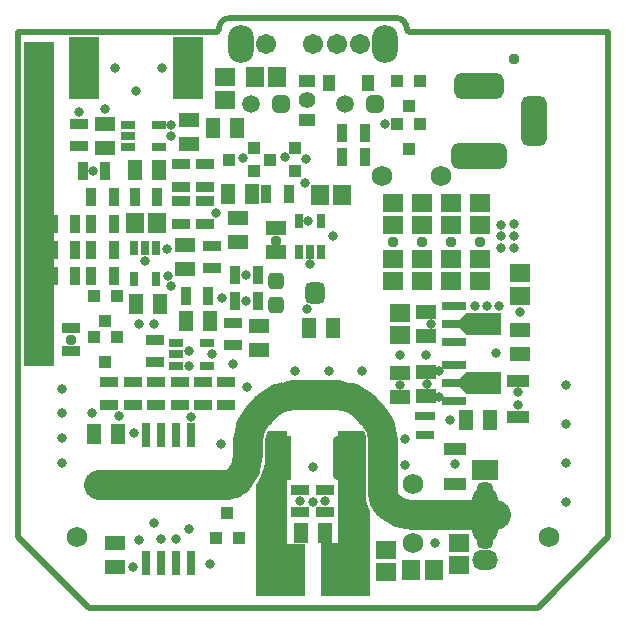
<source format=gts>
G04*
G04 #@! TF.GenerationSoftware,Altium Limited,CircuitStudio,1.5.2 (1.5.2.30)*
G04*
G04 Layer_Color=20142*
%FSLAX44Y44*%
%MOMM*%
G71*
G01*
G75*
%ADD35C,0.5000*%
%ADD36C,2.5000*%
%ADD60R,2.5000X27.5000*%
%ADD61R,1.5032X1.8032*%
%ADD62R,1.2032X1.7272*%
%ADD63R,0.9032X1.5032*%
%ADD64R,1.1176X1.0160*%
%ADD65R,1.0160X1.1176*%
%ADD66R,0.8032X2.0032*%
%ADD67R,1.7272X1.2032*%
%ADD68R,1.5032X0.9032*%
G04:AMPARAMS|DCode=69|XSize=1.8032mm|YSize=1.7032mm|CornerRadius=0.4766mm|HoleSize=0mm|Usage=FLASHONLY|Rotation=270.000|XOffset=0mm|YOffset=0mm|HoleType=Round|Shape=RoundedRectangle|*
%AMROUNDEDRECTD69*
21,1,1.8032,0.7500,0,0,270.0*
21,1,0.8500,1.7032,0,0,270.0*
1,1,0.9532,-0.3750,-0.4250*
1,1,0.9532,-0.3750,0.4250*
1,1,0.9532,0.3750,0.4250*
1,1,0.9532,0.3750,-0.4250*
%
%ADD69ROUNDEDRECTD69*%
G04:AMPARAMS|DCode=70|XSize=1.4032mm|YSize=1.4032mm|CornerRadius=0.4016mm|HoleSize=0mm|Usage=FLASHONLY|Rotation=270.000|XOffset=0mm|YOffset=0mm|HoleType=Round|Shape=RoundedRectangle|*
%AMROUNDEDRECTD70*
21,1,1.4032,0.6000,0,0,270.0*
21,1,0.6000,1.4032,0,0,270.0*
1,1,0.8032,-0.3000,-0.3000*
1,1,0.8032,-0.3000,0.3000*
1,1,0.8032,0.3000,0.3000*
1,1,0.8032,0.3000,-0.3000*
%
%ADD70ROUNDEDRECTD70*%
%ADD71R,1.8032X1.5032*%
%ADD72R,1.4232X1.1132*%
%ADD73R,1.8032X3.7032*%
G04:AMPARAMS|DCode=74|XSize=1.8032mm|YSize=3.7032mm|CornerRadius=0.3016mm|HoleSize=0mm|Usage=FLASHONLY|Rotation=0.000|XOffset=0mm|YOffset=0mm|HoleType=Round|Shape=RoundedRectangle|*
%AMROUNDEDRECTD74*
21,1,1.8032,3.1000,0,0,0.0*
21,1,1.2000,3.7032,0,0,0.0*
1,1,0.6032,0.6000,-1.5500*
1,1,0.6032,-0.6000,-1.5500*
1,1,0.6032,-0.6000,1.5500*
1,1,0.6032,0.6000,1.5500*
%
%ADD74ROUNDEDRECTD74*%
%ADD75R,1.6532X0.8032*%
%ADD76R,1.6032X0.8032*%
%ADD77R,1.9052X1.1172*%
%ADD78R,1.1132X1.4232*%
%ADD79R,1.2032X0.8032*%
%ADD80R,2.0932X0.7432*%
%ADD81R,0.4532X0.4532*%
%ADD82R,2.6162X5.2832*%
%ADD83R,0.8032X1.2032*%
%ADD84C,1.7272*%
%ADD85R,2.2032X1.7032*%
%ADD86C,2.2032*%
%ADD87O,2.2032X1.7032*%
%ADD88C,2.7432*%
%ADD89O,2.2032X3.2032*%
%ADD90C,1.7032*%
G04:AMPARAMS|DCode=91|XSize=2.2032mm|YSize=4.2032mm|CornerRadius=0.6016mm|HoleSize=0mm|Usage=FLASHONLY|Rotation=180.000|XOffset=0mm|YOffset=0mm|HoleType=Round|Shape=RoundedRectangle|*
%AMROUNDEDRECTD91*
21,1,2.2032,3.0000,0,0,180.0*
21,1,1.0000,4.2032,0,0,180.0*
1,1,1.2032,-0.5000,1.5000*
1,1,1.2032,0.5000,1.5000*
1,1,1.2032,0.5000,-1.5000*
1,1,1.2032,-0.5000,-1.5000*
%
%ADD91ROUNDEDRECTD91*%
G04:AMPARAMS|DCode=92|XSize=2.2032mm|YSize=4.7032mm|CornerRadius=0.6016mm|HoleSize=0mm|Usage=FLASHONLY|Rotation=270.000|XOffset=0mm|YOffset=0mm|HoleType=Round|Shape=RoundedRectangle|*
%AMROUNDEDRECTD92*
21,1,2.2032,3.5000,0,0,270.0*
21,1,1.0000,4.7032,0,0,270.0*
1,1,1.2032,-1.7500,-0.5000*
1,1,1.2032,-1.7500,0.5000*
1,1,1.2032,1.7500,0.5000*
1,1,1.2032,1.7500,-0.5000*
%
%ADD92ROUNDEDRECTD92*%
G04:AMPARAMS|DCode=93|XSize=2.2032mm|YSize=4.2032mm|CornerRadius=0.6016mm|HoleSize=0mm|Usage=FLASHONLY|Rotation=90.000|XOffset=0mm|YOffset=0mm|HoleType=Round|Shape=RoundedRectangle|*
%AMROUNDEDRECTD93*
21,1,2.2032,3.0000,0,0,90.0*
21,1,1.0000,4.2032,0,0,90.0*
1,1,1.2032,1.5000,0.5000*
1,1,1.2032,1.5000,-0.5000*
1,1,1.2032,-1.5000,-0.5000*
1,1,1.2032,-1.5000,0.5000*
%
%ADD93ROUNDEDRECTD93*%
%ADD94C,1.5032*%
G04:AMPARAMS|DCode=95|XSize=1.5032mm|YSize=1.5032mm|CornerRadius=0.4266mm|HoleSize=0mm|Usage=FLASHONLY|Rotation=180.000|XOffset=0mm|YOffset=0mm|HoleType=Round|Shape=RoundedRectangle|*
%AMROUNDEDRECTD95*
21,1,1.5032,0.6500,0,0,180.0*
21,1,0.6500,1.5032,0,0,180.0*
1,1,0.8532,-0.3250,0.3250*
1,1,0.8532,0.3250,0.3250*
1,1,0.8532,0.3250,-0.3250*
1,1,0.8532,-0.3250,-0.3250*
%
%ADD95ROUNDEDRECTD95*%
%ADD96C,0.8032*%
%ADD97C,0.9532*%
%ADD98C,1.4532*%
%ADD99C,1.4032*%
G36*
X476002Y498448D02*
X476924Y495410D01*
X477244Y492152D01*
X477158Y447369D01*
X477123Y447302D01*
X477093Y447004D01*
X477035Y446711D01*
X477055Y446611D01*
X477045Y446511D01*
X477531Y441570D01*
X477590Y441378D01*
X477609Y441178D01*
X479050Y436427D01*
X479145Y436250D01*
X479203Y436058D01*
X481000Y432696D01*
X481000Y360898D01*
X480102Y360000D01*
X440393D01*
X439495Y360898D01*
X439507Y405000D01*
X453500D01*
X453500Y458000D01*
Y500000D01*
X475172Y500000D01*
X476002Y498448D01*
D02*
G37*
G36*
X410500Y500000D02*
Y458000D01*
X410500Y404000D01*
X425494D01*
X425505Y360898D01*
X424607Y360000D01*
X384898D01*
X384000Y360898D01*
X384000Y453950D01*
X385896Y456789D01*
X385948Y456913D01*
X386030Y457020D01*
X388532Y462094D01*
X388567Y462224D01*
X388634Y462341D01*
X390453Y467699D01*
X390471Y467832D01*
X390522Y467956D01*
X391626Y473506D01*
Y473641D01*
X391661Y473770D01*
X392031Y479417D01*
X392022Y479484D01*
X392035Y479550D01*
Y479550D01*
X392034Y479557D01*
X392035Y479565D01*
X391943Y492265D01*
X391891Y492516D01*
X392176Y495410D01*
X393098Y498448D01*
X393927Y500000D01*
X410500Y500000D01*
D02*
G37*
G36*
X591750Y599750D02*
Y581750D01*
X562251Y581749D01*
X556749Y587250D01*
X541250Y587250D01*
Y594250D01*
X556750Y594249D01*
X562249Y599750D01*
X591750Y599750D01*
D02*
G37*
G36*
Y549750D02*
Y531750D01*
X562251Y531749D01*
X556749Y537250D01*
X541250Y537250D01*
Y544250D01*
X556750Y544249D01*
X562249Y549750D01*
X591750Y549750D01*
D02*
G37*
D35*
X512000Y840049D02*
G03*
X502000Y850049I-10000J0D01*
G01*
X512000Y840049D02*
G03*
X514500Y837549I2500J0D01*
G01*
X362549Y850049D02*
G03*
X352549Y840049I0J-10000D01*
G01*
X350049Y837549D02*
G03*
X352549Y840049I0J2500D01*
G01*
X182500Y410000D02*
X242400Y350100D01*
X622600D01*
X182500Y410000D02*
Y837500D01*
X622600Y350100D02*
X682500Y410000D01*
Y837549D01*
X182500Y837500D02*
X350049D01*
X514500Y837549D02*
X667500D01*
X682500D01*
X362549Y850049D02*
X502000D01*
D36*
X495420Y437730D02*
G03*
X517100Y428750I21680J21680D01*
G01*
X491700Y446711D02*
G03*
X495420Y437730I12700J0D01*
G01*
X491700Y492250D02*
G03*
X482720Y513930I-30661J0D01*
G01*
X475280Y521370D02*
G03*
X453600Y530350I-21680J-21680D01*
G01*
X415500D02*
G03*
X393820Y521370I0J-30661D01*
G01*
X386380Y513930D02*
G03*
X377400Y492250I21680J-21680D01*
G01*
X368420Y457870D02*
G03*
X377400Y479550I-21680J21680D01*
G01*
X359439Y454150D02*
G03*
X368420Y457870I0J12700D01*
G01*
X517100Y428750D02*
X587250D01*
X491700Y446711D02*
Y492250D01*
X475280Y521370D02*
X482720Y513930D01*
X415500Y530350D02*
X453600D01*
X386380Y513930D02*
X393820Y521370D01*
X377400Y479550D02*
Y492250D01*
X251000Y454150D02*
X359439D01*
D60*
X200000Y692500D02*
D03*
D61*
X457000Y700000D02*
D03*
X438000D02*
D03*
X300500Y676000D02*
D03*
X281500D02*
D03*
X515500Y382000D02*
D03*
X534500D02*
D03*
X402000Y800000D02*
D03*
X383000D02*
D03*
D62*
X360340Y701000D02*
D03*
X380660D02*
D03*
X367660Y757000D02*
D03*
X347340D02*
D03*
X449660Y587000D02*
D03*
X429340D02*
D03*
X303160Y607500D02*
D03*
X282840D02*
D03*
X582410Y509750D02*
D03*
X562090D02*
D03*
X267660Y497500D02*
D03*
X247340D02*
D03*
X301590Y720730D02*
D03*
X281270D02*
D03*
X344910Y593000D02*
D03*
X324590D02*
D03*
X442660Y414000D02*
D03*
X422340D02*
D03*
D63*
X231000Y653000D02*
D03*
X212000D02*
D03*
Y631000D02*
D03*
X231000D02*
D03*
X212000Y675667D02*
D03*
X231000D02*
D03*
X393000Y701000D02*
D03*
X412000D02*
D03*
X324500Y614000D02*
D03*
X343500D02*
D03*
X366500Y632000D02*
D03*
X385500D02*
D03*
Y610000D02*
D03*
X366500D02*
D03*
X476000Y752000D02*
D03*
X457000D02*
D03*
X256549Y719790D02*
D03*
X237549D02*
D03*
X244500Y653333D02*
D03*
X263500D02*
D03*
X476000Y732000D02*
D03*
X457000D02*
D03*
X244500Y698000D02*
D03*
X263500D02*
D03*
X244500Y675667D02*
D03*
X263500D02*
D03*
X244500Y631000D02*
D03*
X263500D02*
D03*
X281500Y698000D02*
D03*
X300500D02*
D03*
D64*
X395912Y729924D02*
D03*
X417088Y739576D02*
D03*
Y720424D02*
D03*
X360912Y729924D02*
D03*
X382088Y739576D02*
D03*
Y720424D02*
D03*
D65*
X256576Y593412D02*
D03*
X246924Y614588D02*
D03*
X266076D02*
D03*
Y579588D02*
D03*
X246924D02*
D03*
X256576Y558412D02*
D03*
X513436Y738646D02*
D03*
X503784Y759822D02*
D03*
X522936D02*
D03*
Y796572D02*
D03*
X503784D02*
D03*
X513436Y775396D02*
D03*
X350424Y409412D02*
D03*
X369576D02*
D03*
X359924Y430588D02*
D03*
D66*
X290950Y388000D02*
D03*
X303650D02*
D03*
X316350D02*
D03*
X329050D02*
D03*
Y497000D02*
D03*
X316350D02*
D03*
X303650D02*
D03*
X290950D02*
D03*
D67*
X368500Y659840D02*
D03*
Y680160D02*
D03*
X528250Y600910D02*
D03*
Y580590D02*
D03*
X607250Y565590D02*
D03*
Y585910D02*
D03*
X324000Y636840D02*
D03*
Y657160D02*
D03*
X401000Y672160D02*
D03*
Y651840D02*
D03*
X327500Y763494D02*
D03*
Y743174D02*
D03*
X528250Y529340D02*
D03*
Y549660D02*
D03*
X506000Y529090D02*
D03*
Y549410D02*
D03*
X256500Y739840D02*
D03*
Y760160D02*
D03*
X265000Y384840D02*
D03*
Y405160D02*
D03*
X387000Y568840D02*
D03*
Y589160D02*
D03*
D68*
X347000Y657000D02*
D03*
Y638000D02*
D03*
X234250Y741250D02*
D03*
Y760250D02*
D03*
X341000Y694500D02*
D03*
Y675500D02*
D03*
X227500Y568000D02*
D03*
Y587000D02*
D03*
X421500Y450500D02*
D03*
Y431500D02*
D03*
X299600Y522250D02*
D03*
Y541250D02*
D03*
X365000Y572500D02*
D03*
Y591500D02*
D03*
X341000Y707000D02*
D03*
Y726000D02*
D03*
X321000Y707000D02*
D03*
Y726000D02*
D03*
X319400Y522250D02*
D03*
Y541250D02*
D03*
X321000Y694500D02*
D03*
Y675500D02*
D03*
X442500Y450500D02*
D03*
Y431500D02*
D03*
X299000Y558500D02*
D03*
Y577500D02*
D03*
X279800Y522250D02*
D03*
Y541250D02*
D03*
X339200Y522250D02*
D03*
Y541250D02*
D03*
X260000Y522250D02*
D03*
Y541250D02*
D03*
X359000Y522250D02*
D03*
Y541250D02*
D03*
D69*
X434000Y617000D02*
D03*
D70*
X401000Y607000D02*
D03*
Y627000D02*
D03*
D71*
X607500Y614500D02*
D03*
Y633500D02*
D03*
X494000Y399500D02*
D03*
Y380500D02*
D03*
X357500Y780500D02*
D03*
Y799500D02*
D03*
X499867Y626710D02*
D03*
Y645710D02*
D03*
X524443Y626710D02*
D03*
Y645710D02*
D03*
X573597Y626710D02*
D03*
Y645710D02*
D03*
X549020Y626710D02*
D03*
Y645710D02*
D03*
X505840Y600250D02*
D03*
Y581250D02*
D03*
X499867Y693210D02*
D03*
Y674210D02*
D03*
X524443Y693210D02*
D03*
Y674210D02*
D03*
X573597Y693210D02*
D03*
Y674210D02*
D03*
X549020Y693210D02*
D03*
Y674210D02*
D03*
X556000Y386500D02*
D03*
Y405500D02*
D03*
D72*
X427500Y763650D02*
D03*
Y796350D02*
D03*
D73*
X405000Y477500D02*
D03*
D74*
X459000D02*
D03*
D75*
X527500Y513000D02*
D03*
D76*
Y497000D02*
D03*
D77*
X605750Y511780D02*
D03*
Y542220D02*
D03*
X552750Y454780D02*
D03*
Y485220D02*
D03*
D78*
X478850Y795000D02*
D03*
X446150D02*
D03*
D79*
X342752Y574500D02*
D03*
Y555500D02*
D03*
X316747D02*
D03*
Y565000D02*
D03*
Y574500D02*
D03*
X301752Y759500D02*
D03*
Y740500D02*
D03*
X275748D02*
D03*
Y750000D02*
D03*
Y759500D02*
D03*
D80*
X551750Y555750D02*
D03*
Y525750D02*
D03*
Y605750D02*
D03*
Y575750D02*
D03*
D81*
X582750Y540750D02*
D03*
Y590750D02*
D03*
D82*
X326315Y807000D02*
D03*
X238685D02*
D03*
D83*
X299499Y628998D02*
D03*
X280500D02*
D03*
Y655002D02*
D03*
X290000D02*
D03*
X299499D02*
D03*
X420500Y651998D02*
D03*
X430000D02*
D03*
X439499D02*
D03*
Y678002D02*
D03*
X420500D02*
D03*
D84*
X517000Y455000D02*
D03*
Y405000D02*
D03*
X632500Y410000D02*
D03*
X232500D02*
D03*
X491000Y716250D02*
D03*
X541000D02*
D03*
D85*
X578250Y466850D02*
D03*
D86*
Y441450D02*
D03*
Y416050D02*
D03*
D87*
Y390650D02*
D03*
D88*
X407100Y390000D02*
D03*
X457900D02*
D03*
D89*
X493500Y827500D02*
D03*
X371500D02*
D03*
D90*
X472500D02*
D03*
X452500D02*
D03*
X432500D02*
D03*
X392500D02*
D03*
D91*
X619500Y762500D02*
D03*
D92*
X572500Y732500D02*
D03*
D93*
Y792500D02*
D03*
D94*
X459800Y777000D02*
D03*
X379800D02*
D03*
D95*
X485200D02*
D03*
X405200D02*
D03*
D96*
X426500Y730000D02*
D03*
X425500Y710000D02*
D03*
X219500Y515000D02*
D03*
X445500Y551000D02*
D03*
X510500Y493000D02*
D03*
Y471000D02*
D03*
X646500Y506000D02*
D03*
Y473000D02*
D03*
Y440000D02*
D03*
Y539000D02*
D03*
X473500Y551000D02*
D03*
X417500D02*
D03*
X376500Y537000D02*
D03*
X354500Y489000D02*
D03*
X219500Y536000D02*
D03*
Y494000D02*
D03*
Y473000D02*
D03*
X268500Y513000D02*
D03*
X280500Y498000D02*
D03*
X327250Y555250D02*
D03*
X350500Y685000D02*
D03*
X373500Y731000D02*
D03*
X408500Y732000D02*
D03*
X493678Y759822D02*
D03*
X327500Y417500D02*
D03*
X297500Y422500D02*
D03*
X285000Y407500D02*
D03*
X345000Y387500D02*
D03*
X432500Y440000D02*
D03*
Y470000D02*
D03*
X316350Y408850D02*
D03*
X303650Y408748D02*
D03*
X280000Y385000D02*
D03*
X329050Y511550D02*
D03*
X245000Y515000D02*
D03*
X427500Y603000D02*
D03*
X580000Y605750D02*
D03*
X590000D02*
D03*
X312500Y759502D02*
D03*
Y750000D02*
D03*
X284875Y590500D02*
D03*
X309382Y631000D02*
D03*
X309000Y654000D02*
D03*
X290000Y644000D02*
D03*
X365000Y557000D02*
D03*
X246049Y719790D02*
D03*
X327000Y568000D02*
D03*
X442500Y441000D02*
D03*
X421500D02*
D03*
X429500Y641500D02*
D03*
X428000Y678000D02*
D03*
X506250Y539249D02*
D03*
X298001Y590499D02*
D03*
X347250Y565000D02*
D03*
X539250Y529090D02*
D03*
X528500Y539500D02*
D03*
X605750Y532750D02*
D03*
Y522250D02*
D03*
X552750Y472000D02*
D03*
X536000Y405660D02*
D03*
X264500Y807500D02*
D03*
X304500D02*
D03*
X506000Y564500D02*
D03*
X528250Y564750D02*
D03*
X587250Y565749D02*
D03*
X569750Y590750D02*
D03*
X532250D02*
D03*
X607250Y600750D02*
D03*
X569750Y605750D02*
D03*
X234250Y769751D02*
D03*
X256500Y773000D02*
D03*
X376000Y610000D02*
D03*
Y632000D02*
D03*
X449500Y665000D02*
D03*
X539250Y550500D02*
D03*
X282500Y787750D02*
D03*
X548250Y509750D02*
D03*
X355000Y612500D02*
D03*
X312500Y622500D02*
D03*
X197500Y815000D02*
D03*
Y800000D02*
D03*
Y785000D02*
D03*
Y740000D02*
D03*
Y755000D02*
D03*
Y770000D02*
D03*
Y695000D02*
D03*
Y710000D02*
D03*
Y725000D02*
D03*
Y650000D02*
D03*
Y665000D02*
D03*
Y680000D02*
D03*
Y605000D02*
D03*
Y620000D02*
D03*
Y635000D02*
D03*
Y560000D02*
D03*
Y575000D02*
D03*
Y590000D02*
D03*
X602500Y675000D02*
D03*
Y665000D02*
D03*
Y655000D02*
D03*
X591750Y674250D02*
D03*
Y665000D02*
D03*
Y655000D02*
D03*
D97*
X602500Y815000D02*
D03*
X227500Y577500D02*
D03*
X401000Y661000D02*
D03*
X499867Y660000D02*
D03*
X524443D02*
D03*
X549020D02*
D03*
X573597D02*
D03*
D98*
X578250Y450336D02*
D03*
Y407164D02*
D03*
D99*
X427500Y780000D02*
D03*
M02*

</source>
